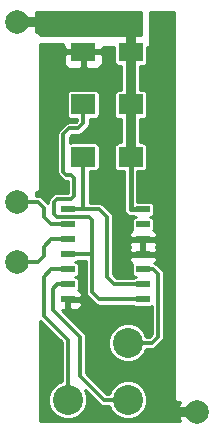
<source format=gbr>
G04 #@! TF.FileFunction,Copper,L1,Top,Signal*
%FSLAX46Y46*%
G04 Gerber Fmt 4.6, Leading zero omitted, Abs format (unit mm)*
G04 Created by KiCad (PCBNEW 4.0.4-stable) date Mon Feb  6 12:25:40 2017*
%MOMM*%
%LPD*%
G01*
G04 APERTURE LIST*
%ADD10C,0.100000*%
%ADD11R,2.000000X1.600000*%
%ADD12R,2.000000X1.700000*%
%ADD13R,1.143000X0.508000*%
%ADD14C,1.998980*%
%ADD15C,2.540000*%
%ADD16C,0.812800*%
%ADD17C,0.406400*%
%ADD18C,0.304800*%
%ADD19C,0.254000*%
G04 APERTURE END LIST*
D10*
D11*
X127730000Y-95250000D03*
X123730000Y-95250000D03*
D12*
X127730000Y-99695000D03*
X123730000Y-99695000D03*
X127730000Y-104140000D03*
X123730000Y-104140000D03*
D13*
X122428000Y-108585000D03*
X122428000Y-109855000D03*
X122428000Y-111125000D03*
X122428000Y-112395000D03*
X122428000Y-113665000D03*
X122428000Y-114935000D03*
X122428000Y-116205000D03*
X128778000Y-116205000D03*
X128778000Y-114935000D03*
X128778000Y-112395000D03*
X128778000Y-111125000D03*
X128778000Y-109855000D03*
X128778000Y-108585000D03*
X128778000Y-113665000D03*
D14*
X118110000Y-92710000D03*
X133350000Y-125730000D03*
D15*
X127508000Y-119888000D03*
X122428000Y-124714000D03*
X127508000Y-124714000D03*
D14*
X118110000Y-113030000D03*
X118110000Y-107950000D03*
D16*
X127730000Y-95250000D02*
X127730000Y-92996000D01*
X127730000Y-92996000D02*
X127762000Y-92964000D01*
X118110000Y-92710000D02*
X120396000Y-92710000D01*
X127730000Y-99695000D02*
X127730000Y-95250000D01*
X127730000Y-104140000D02*
X127730000Y-99695000D01*
D17*
X128778000Y-108585000D02*
X127762000Y-108585000D01*
X127762000Y-108585000D02*
X127730000Y-108553000D01*
X127730000Y-108553000D02*
X127730000Y-104140000D01*
X127635000Y-104775000D02*
X127730000Y-104140000D01*
D16*
X133350000Y-125730000D02*
X130810000Y-125730000D01*
D18*
X124206000Y-109220000D02*
X121539000Y-109220000D01*
X124460000Y-109474000D02*
X124206000Y-109220000D01*
X124460000Y-112395000D02*
X124460000Y-109728000D01*
X124460000Y-109728000D02*
X124460000Y-109474000D01*
X123730000Y-101314000D02*
X123730000Y-99695000D01*
X123317000Y-101727000D02*
X123730000Y-101314000D01*
X122555000Y-101727000D02*
X123317000Y-101727000D01*
X122047000Y-102235000D02*
X122555000Y-101727000D01*
X122047000Y-105410000D02*
X122047000Y-102235000D01*
X122301000Y-105664000D02*
X122047000Y-105410000D01*
X122682000Y-105664000D02*
X122301000Y-105664000D01*
X122936000Y-105918000D02*
X122682000Y-105664000D01*
X122936000Y-107442000D02*
X122936000Y-105918000D01*
X122682000Y-107696000D02*
X122936000Y-107442000D01*
X121539000Y-107696000D02*
X122682000Y-107696000D01*
X121285000Y-107950000D02*
X121539000Y-107696000D01*
X121285000Y-108966000D02*
X121285000Y-107950000D01*
X121539000Y-109220000D02*
X121285000Y-108966000D01*
X124460000Y-112395000D02*
X123825000Y-112395000D01*
X123825000Y-112395000D02*
X122428000Y-112395000D01*
X124460000Y-113030000D02*
X124460000Y-112395000D01*
X124460000Y-113030000D02*
X124460000Y-115570000D01*
X124460000Y-115570000D02*
X125095000Y-116205000D01*
X128778000Y-116205000D02*
X125095000Y-116205000D01*
X123730000Y-104140000D02*
X123730000Y-108585000D01*
X128778000Y-114935000D02*
X126365000Y-114935000D01*
X126365000Y-114935000D02*
X125730000Y-114300000D01*
X125730000Y-114300000D02*
X125730000Y-109220000D01*
X125730000Y-109220000D02*
X125095000Y-108585000D01*
X125095000Y-108585000D02*
X123730000Y-108585000D01*
X123190000Y-108585000D02*
X122428000Y-108585000D01*
X123825000Y-108585000D02*
X123190000Y-108585000D01*
X123730000Y-108585000D02*
X123825000Y-108585000D01*
X123825000Y-104775000D02*
X123730000Y-104140000D01*
X130048000Y-114046000D02*
X130048000Y-119380000D01*
X129667000Y-113665000D02*
X130048000Y-114046000D01*
X128778000Y-113665000D02*
X129667000Y-113665000D01*
X129540000Y-119888000D02*
X127508000Y-119888000D01*
X130048000Y-119380000D02*
X129540000Y-119888000D01*
X122428000Y-113665000D02*
X121031000Y-113665000D01*
X122428000Y-119634000D02*
X122428000Y-124714000D01*
X120396000Y-117602000D02*
X122428000Y-119634000D01*
X120396000Y-114300000D02*
X120396000Y-117602000D01*
X121031000Y-113665000D02*
X120396000Y-114300000D01*
X123444000Y-121920000D02*
X123444000Y-122682000D01*
X123444000Y-119380000D02*
X121412000Y-117348000D01*
X122428000Y-114935000D02*
X121539000Y-114935000D01*
X123444000Y-119634000D02*
X123444000Y-121920000D01*
X121158000Y-117094000D02*
X121412000Y-117348000D01*
X121158000Y-115316000D02*
X121158000Y-117094000D01*
X121539000Y-114935000D02*
X121158000Y-115316000D01*
X123444000Y-119634000D02*
X123444000Y-119380000D01*
X125476000Y-124714000D02*
X127508000Y-124714000D01*
X123444000Y-122682000D02*
X125476000Y-124714000D01*
X121285000Y-111125000D02*
X121031000Y-111125000D01*
X122428000Y-111125000D02*
X121285000Y-111125000D01*
X119888000Y-113030000D02*
X118110000Y-113030000D01*
X120396000Y-112522000D02*
X119888000Y-113030000D01*
X120396000Y-111760000D02*
X120396000Y-112522000D01*
X121031000Y-111125000D02*
X120396000Y-111760000D01*
X122428000Y-109855000D02*
X121031000Y-109855000D01*
X119888000Y-107950000D02*
X118110000Y-107950000D01*
X120396000Y-108458000D02*
X119888000Y-107950000D01*
X120396000Y-109220000D02*
X120396000Y-108458000D01*
X121031000Y-109855000D02*
X120396000Y-109220000D01*
D19*
G36*
X131370000Y-124460000D02*
X131404711Y-124634504D01*
X131503559Y-124782441D01*
X131651496Y-124881289D01*
X131826000Y-124916000D01*
X131908761Y-124916000D01*
X131704599Y-125465582D01*
X131728659Y-126115377D01*
X131906200Y-126544000D01*
X120090000Y-126544000D01*
X120090000Y-118050342D01*
X121894600Y-119854942D01*
X121894600Y-123148012D01*
X121494005Y-123313534D01*
X121029166Y-123777563D01*
X120777287Y-124384155D01*
X120776714Y-125040963D01*
X121027534Y-125647995D01*
X121491563Y-126112834D01*
X122098155Y-126364713D01*
X122754963Y-126365286D01*
X123361995Y-126114466D01*
X123826834Y-125650437D01*
X124078713Y-125043845D01*
X124079286Y-124387037D01*
X123857197Y-123849539D01*
X125098829Y-125091171D01*
X125271877Y-125206797D01*
X125476000Y-125247400D01*
X125942012Y-125247400D01*
X126107534Y-125647995D01*
X126571563Y-126112834D01*
X127178155Y-126364713D01*
X127834963Y-126365286D01*
X128441995Y-126114466D01*
X128906834Y-125650437D01*
X129158713Y-125043845D01*
X129159286Y-124387037D01*
X128908466Y-123780005D01*
X128444437Y-123315166D01*
X127837845Y-123063287D01*
X127181037Y-123062714D01*
X126574005Y-123313534D01*
X126109166Y-123777563D01*
X125941810Y-124180600D01*
X125696942Y-124180600D01*
X123977400Y-122461058D01*
X123977400Y-119380000D01*
X123936797Y-119175877D01*
X123821171Y-119002829D01*
X121912342Y-117094000D01*
X122142250Y-117094000D01*
X122301000Y-116935250D01*
X122301000Y-116332000D01*
X122555000Y-116332000D01*
X122555000Y-116935250D01*
X122713750Y-117094000D01*
X123125810Y-117094000D01*
X123359199Y-116997327D01*
X123537827Y-116818698D01*
X123634500Y-116585309D01*
X123634500Y-116490750D01*
X123475750Y-116332000D01*
X122555000Y-116332000D01*
X122301000Y-116332000D01*
X122281000Y-116332000D01*
X122281000Y-116078000D01*
X122301000Y-116078000D01*
X122301000Y-116058000D01*
X122555000Y-116058000D01*
X122555000Y-116078000D01*
X123475750Y-116078000D01*
X123634500Y-115919250D01*
X123634500Y-115824691D01*
X123537827Y-115591302D01*
X123359199Y-115412673D01*
X123319134Y-115396078D01*
X123357359Y-115340134D01*
X123387964Y-115189000D01*
X123387964Y-114681000D01*
X123361397Y-114539810D01*
X123277954Y-114410135D01*
X123150634Y-114323141D01*
X123037712Y-114300274D01*
X123140690Y-114280897D01*
X123270365Y-114197454D01*
X123357359Y-114070134D01*
X123387964Y-113919000D01*
X123387964Y-113411000D01*
X123361397Y-113269810D01*
X123277954Y-113140135D01*
X123150634Y-113053141D01*
X123037712Y-113030274D01*
X123140690Y-113010897D01*
X123268895Y-112928400D01*
X123926600Y-112928400D01*
X123926600Y-115570000D01*
X123967203Y-115774123D01*
X124082829Y-115947171D01*
X124717827Y-116582168D01*
X124717829Y-116582171D01*
X124890877Y-116697797D01*
X125095000Y-116738401D01*
X125095005Y-116738400D01*
X127940537Y-116738400D01*
X128055366Y-116816859D01*
X128206500Y-116847464D01*
X129349500Y-116847464D01*
X129490690Y-116820897D01*
X129514600Y-116805511D01*
X129514600Y-119159059D01*
X129319058Y-119354600D01*
X129073988Y-119354600D01*
X128908466Y-118954005D01*
X128444437Y-118489166D01*
X127837845Y-118237287D01*
X127181037Y-118236714D01*
X126574005Y-118487534D01*
X126109166Y-118951563D01*
X125857287Y-119558155D01*
X125856714Y-120214963D01*
X126107534Y-120821995D01*
X126571563Y-121286834D01*
X127178155Y-121538713D01*
X127834963Y-121539286D01*
X128441995Y-121288466D01*
X128906834Y-120824437D01*
X129074190Y-120421400D01*
X129540000Y-120421400D01*
X129744123Y-120380797D01*
X129917171Y-120265171D01*
X130425168Y-119757173D01*
X130425171Y-119757171D01*
X130507471Y-119634000D01*
X130540797Y-119584124D01*
X130581400Y-119380000D01*
X130581400Y-114046000D01*
X130540797Y-113841877D01*
X130540797Y-113841876D01*
X130490499Y-113766600D01*
X130425171Y-113668829D01*
X130425168Y-113668827D01*
X130044171Y-113287829D01*
X129871123Y-113172203D01*
X129748679Y-113147847D01*
X129887827Y-113008698D01*
X129984500Y-112775309D01*
X129984500Y-112680750D01*
X129825750Y-112522000D01*
X128905000Y-112522000D01*
X128905000Y-112542000D01*
X128651000Y-112542000D01*
X128651000Y-112522000D01*
X127730250Y-112522000D01*
X127571500Y-112680750D01*
X127571500Y-112775309D01*
X127668173Y-113008698D01*
X127846801Y-113187327D01*
X127886866Y-113203922D01*
X127848641Y-113259866D01*
X127818036Y-113411000D01*
X127818036Y-113919000D01*
X127844603Y-114060190D01*
X127928046Y-114189865D01*
X128055366Y-114276859D01*
X128168288Y-114299726D01*
X128065310Y-114319103D01*
X127937105Y-114401600D01*
X126585941Y-114401600D01*
X126263400Y-114079058D01*
X126263400Y-111410750D01*
X127571500Y-111410750D01*
X127571500Y-111505309D01*
X127668173Y-111738698D01*
X127689475Y-111760000D01*
X127668173Y-111781302D01*
X127571500Y-112014691D01*
X127571500Y-112109250D01*
X127730250Y-112268000D01*
X128651000Y-112268000D01*
X128651000Y-111252000D01*
X128905000Y-111252000D01*
X128905000Y-112268000D01*
X129825750Y-112268000D01*
X129984500Y-112109250D01*
X129984500Y-112014691D01*
X129887827Y-111781302D01*
X129866525Y-111760000D01*
X129887827Y-111738698D01*
X129984500Y-111505309D01*
X129984500Y-111410750D01*
X129825750Y-111252000D01*
X128905000Y-111252000D01*
X128651000Y-111252000D01*
X127730250Y-111252000D01*
X127571500Y-111410750D01*
X126263400Y-111410750D01*
X126263400Y-109220005D01*
X126263401Y-109220000D01*
X126222797Y-109015877D01*
X126222796Y-109015876D01*
X126107171Y-108842829D01*
X126107168Y-108842827D01*
X125472171Y-108207829D01*
X125299123Y-108092203D01*
X125095000Y-108051600D01*
X124263400Y-108051600D01*
X124263400Y-105378464D01*
X124730000Y-105378464D01*
X124871190Y-105351897D01*
X125000865Y-105268454D01*
X125087859Y-105141134D01*
X125118464Y-104990000D01*
X125118464Y-103290000D01*
X125091897Y-103148810D01*
X125008454Y-103019135D01*
X124881134Y-102932141D01*
X124730000Y-102901536D01*
X122730000Y-102901536D01*
X122588810Y-102928103D01*
X122580400Y-102933515D01*
X122580400Y-102455942D01*
X122775941Y-102260400D01*
X123317000Y-102260400D01*
X123521123Y-102219797D01*
X123694171Y-102104171D01*
X124107171Y-101691171D01*
X124222797Y-101518123D01*
X124263400Y-101314000D01*
X124263400Y-100933464D01*
X124730000Y-100933464D01*
X124871190Y-100906897D01*
X125000865Y-100823454D01*
X125087859Y-100696134D01*
X125118464Y-100545000D01*
X125118464Y-98845000D01*
X125091897Y-98703810D01*
X125008454Y-98574135D01*
X124881134Y-98487141D01*
X124730000Y-98456536D01*
X122730000Y-98456536D01*
X122588810Y-98483103D01*
X122459135Y-98566546D01*
X122372141Y-98693866D01*
X122341536Y-98845000D01*
X122341536Y-100545000D01*
X122368103Y-100686190D01*
X122451546Y-100815865D01*
X122578866Y-100902859D01*
X122730000Y-100933464D01*
X123196600Y-100933464D01*
X123196600Y-101093058D01*
X123096058Y-101193600D01*
X122555000Y-101193600D01*
X122350876Y-101234203D01*
X122281563Y-101280516D01*
X122177829Y-101349829D01*
X122177827Y-101349832D01*
X121669829Y-101857829D01*
X121554203Y-102030877D01*
X121513600Y-102235000D01*
X121513600Y-105410000D01*
X121554203Y-105614123D01*
X121669829Y-105787171D01*
X121923829Y-106041171D01*
X122096876Y-106156797D01*
X122301000Y-106197400D01*
X122402600Y-106197400D01*
X122402600Y-107162600D01*
X121539000Y-107162600D01*
X121334876Y-107203203D01*
X121161829Y-107318829D01*
X120907829Y-107572829D01*
X120792203Y-107745877D01*
X120751600Y-107950000D01*
X120751600Y-108059259D01*
X120265171Y-107572829D01*
X120092123Y-107457203D01*
X119888000Y-107416600D01*
X119761000Y-107416600D01*
X119761000Y-107110738D01*
X119808504Y-107101289D01*
X119956441Y-107002441D01*
X120055289Y-106854504D01*
X120090000Y-106680000D01*
X120090000Y-95535750D01*
X122095000Y-95535750D01*
X122095000Y-96176310D01*
X122191673Y-96409699D01*
X122370302Y-96588327D01*
X122603691Y-96685000D01*
X123444250Y-96685000D01*
X123603000Y-96526250D01*
X123603000Y-95377000D01*
X123857000Y-95377000D01*
X123857000Y-96526250D01*
X124015750Y-96685000D01*
X124856309Y-96685000D01*
X125089698Y-96588327D01*
X125268327Y-96409699D01*
X125365000Y-96176310D01*
X125365000Y-95535750D01*
X125206250Y-95377000D01*
X123857000Y-95377000D01*
X123603000Y-95377000D01*
X122253750Y-95377000D01*
X122095000Y-95535750D01*
X120090000Y-95535750D01*
X120090000Y-94615000D01*
X122047000Y-94615000D01*
X122047000Y-94742000D01*
X122057006Y-94791410D01*
X122085447Y-94833035D01*
X122095000Y-94839182D01*
X122095000Y-94964250D01*
X122253750Y-95123000D01*
X123603000Y-95123000D01*
X123603000Y-95103000D01*
X123857000Y-95103000D01*
X123857000Y-95123000D01*
X125206250Y-95123000D01*
X125365000Y-94964250D01*
X125365000Y-94869000D01*
X126341536Y-94869000D01*
X126341536Y-96050000D01*
X126368103Y-96191190D01*
X126451546Y-96320865D01*
X126578866Y-96407859D01*
X126730000Y-96438464D01*
X126942600Y-96438464D01*
X126942600Y-98456536D01*
X126730000Y-98456536D01*
X126588810Y-98483103D01*
X126459135Y-98566546D01*
X126372141Y-98693866D01*
X126341536Y-98845000D01*
X126341536Y-100545000D01*
X126368103Y-100686190D01*
X126451546Y-100815865D01*
X126578866Y-100902859D01*
X126730000Y-100933464D01*
X126942600Y-100933464D01*
X126942600Y-102901536D01*
X126730000Y-102901536D01*
X126588810Y-102928103D01*
X126459135Y-103011546D01*
X126372141Y-103138866D01*
X126341536Y-103290000D01*
X126341536Y-104990000D01*
X126368103Y-105131190D01*
X126451546Y-105260865D01*
X126578866Y-105347859D01*
X126730000Y-105378464D01*
X127145800Y-105378464D01*
X127145800Y-108553000D01*
X127190270Y-108776564D01*
X127271116Y-108897559D01*
X127316908Y-108966092D01*
X127348908Y-108998092D01*
X127538436Y-109124730D01*
X127762000Y-109169200D01*
X128014886Y-109169200D01*
X128055366Y-109196859D01*
X128168288Y-109219726D01*
X128065310Y-109239103D01*
X127935635Y-109322546D01*
X127848641Y-109449866D01*
X127818036Y-109601000D01*
X127818036Y-110109000D01*
X127844603Y-110250190D01*
X127886972Y-110316034D01*
X127846801Y-110332673D01*
X127668173Y-110511302D01*
X127571500Y-110744691D01*
X127571500Y-110839250D01*
X127730250Y-110998000D01*
X128651000Y-110998000D01*
X128651000Y-110978000D01*
X128905000Y-110978000D01*
X128905000Y-110998000D01*
X129825750Y-110998000D01*
X129984500Y-110839250D01*
X129984500Y-110744691D01*
X129887827Y-110511302D01*
X129709199Y-110332673D01*
X129669134Y-110316078D01*
X129707359Y-110260134D01*
X129737964Y-110109000D01*
X129737964Y-109601000D01*
X129711397Y-109459810D01*
X129627954Y-109330135D01*
X129500634Y-109243141D01*
X129387712Y-109220274D01*
X129490690Y-109200897D01*
X129620365Y-109117454D01*
X129707359Y-108990134D01*
X129737964Y-108839000D01*
X129737964Y-108331000D01*
X129711397Y-108189810D01*
X129627954Y-108060135D01*
X129500634Y-107973141D01*
X129349500Y-107942536D01*
X128314200Y-107942536D01*
X128314200Y-105378464D01*
X128730000Y-105378464D01*
X128871190Y-105351897D01*
X129000865Y-105268454D01*
X129087859Y-105141134D01*
X129118464Y-104990000D01*
X129118464Y-103290000D01*
X129091897Y-103148810D01*
X129008454Y-103019135D01*
X128881134Y-102932141D01*
X128730000Y-102901536D01*
X128517400Y-102901536D01*
X128517400Y-100933464D01*
X128730000Y-100933464D01*
X128871190Y-100906897D01*
X129000865Y-100823454D01*
X129087859Y-100696134D01*
X129118464Y-100545000D01*
X129118464Y-98845000D01*
X129091897Y-98703810D01*
X129008454Y-98574135D01*
X128881134Y-98487141D01*
X128730000Y-98456536D01*
X128517400Y-98456536D01*
X128517400Y-96438464D01*
X128730000Y-96438464D01*
X128871190Y-96411897D01*
X129000865Y-96328454D01*
X129087859Y-96201134D01*
X129118464Y-96050000D01*
X129118464Y-94869000D01*
X129286000Y-94869000D01*
X129335410Y-94858994D01*
X129377035Y-94830553D01*
X129404315Y-94788159D01*
X129413000Y-94742000D01*
X129413000Y-91896000D01*
X131370000Y-91896000D01*
X131370000Y-124460000D01*
X131370000Y-124460000D01*
G37*
X131370000Y-124460000D02*
X131404711Y-124634504D01*
X131503559Y-124782441D01*
X131651496Y-124881289D01*
X131826000Y-124916000D01*
X131908761Y-124916000D01*
X131704599Y-125465582D01*
X131728659Y-126115377D01*
X131906200Y-126544000D01*
X120090000Y-126544000D01*
X120090000Y-118050342D01*
X121894600Y-119854942D01*
X121894600Y-123148012D01*
X121494005Y-123313534D01*
X121029166Y-123777563D01*
X120777287Y-124384155D01*
X120776714Y-125040963D01*
X121027534Y-125647995D01*
X121491563Y-126112834D01*
X122098155Y-126364713D01*
X122754963Y-126365286D01*
X123361995Y-126114466D01*
X123826834Y-125650437D01*
X124078713Y-125043845D01*
X124079286Y-124387037D01*
X123857197Y-123849539D01*
X125098829Y-125091171D01*
X125271877Y-125206797D01*
X125476000Y-125247400D01*
X125942012Y-125247400D01*
X126107534Y-125647995D01*
X126571563Y-126112834D01*
X127178155Y-126364713D01*
X127834963Y-126365286D01*
X128441995Y-126114466D01*
X128906834Y-125650437D01*
X129158713Y-125043845D01*
X129159286Y-124387037D01*
X128908466Y-123780005D01*
X128444437Y-123315166D01*
X127837845Y-123063287D01*
X127181037Y-123062714D01*
X126574005Y-123313534D01*
X126109166Y-123777563D01*
X125941810Y-124180600D01*
X125696942Y-124180600D01*
X123977400Y-122461058D01*
X123977400Y-119380000D01*
X123936797Y-119175877D01*
X123821171Y-119002829D01*
X121912342Y-117094000D01*
X122142250Y-117094000D01*
X122301000Y-116935250D01*
X122301000Y-116332000D01*
X122555000Y-116332000D01*
X122555000Y-116935250D01*
X122713750Y-117094000D01*
X123125810Y-117094000D01*
X123359199Y-116997327D01*
X123537827Y-116818698D01*
X123634500Y-116585309D01*
X123634500Y-116490750D01*
X123475750Y-116332000D01*
X122555000Y-116332000D01*
X122301000Y-116332000D01*
X122281000Y-116332000D01*
X122281000Y-116078000D01*
X122301000Y-116078000D01*
X122301000Y-116058000D01*
X122555000Y-116058000D01*
X122555000Y-116078000D01*
X123475750Y-116078000D01*
X123634500Y-115919250D01*
X123634500Y-115824691D01*
X123537827Y-115591302D01*
X123359199Y-115412673D01*
X123319134Y-115396078D01*
X123357359Y-115340134D01*
X123387964Y-115189000D01*
X123387964Y-114681000D01*
X123361397Y-114539810D01*
X123277954Y-114410135D01*
X123150634Y-114323141D01*
X123037712Y-114300274D01*
X123140690Y-114280897D01*
X123270365Y-114197454D01*
X123357359Y-114070134D01*
X123387964Y-113919000D01*
X123387964Y-113411000D01*
X123361397Y-113269810D01*
X123277954Y-113140135D01*
X123150634Y-113053141D01*
X123037712Y-113030274D01*
X123140690Y-113010897D01*
X123268895Y-112928400D01*
X123926600Y-112928400D01*
X123926600Y-115570000D01*
X123967203Y-115774123D01*
X124082829Y-115947171D01*
X124717827Y-116582168D01*
X124717829Y-116582171D01*
X124890877Y-116697797D01*
X125095000Y-116738401D01*
X125095005Y-116738400D01*
X127940537Y-116738400D01*
X128055366Y-116816859D01*
X128206500Y-116847464D01*
X129349500Y-116847464D01*
X129490690Y-116820897D01*
X129514600Y-116805511D01*
X129514600Y-119159059D01*
X129319058Y-119354600D01*
X129073988Y-119354600D01*
X128908466Y-118954005D01*
X128444437Y-118489166D01*
X127837845Y-118237287D01*
X127181037Y-118236714D01*
X126574005Y-118487534D01*
X126109166Y-118951563D01*
X125857287Y-119558155D01*
X125856714Y-120214963D01*
X126107534Y-120821995D01*
X126571563Y-121286834D01*
X127178155Y-121538713D01*
X127834963Y-121539286D01*
X128441995Y-121288466D01*
X128906834Y-120824437D01*
X129074190Y-120421400D01*
X129540000Y-120421400D01*
X129744123Y-120380797D01*
X129917171Y-120265171D01*
X130425168Y-119757173D01*
X130425171Y-119757171D01*
X130507471Y-119634000D01*
X130540797Y-119584124D01*
X130581400Y-119380000D01*
X130581400Y-114046000D01*
X130540797Y-113841877D01*
X130540797Y-113841876D01*
X130490499Y-113766600D01*
X130425171Y-113668829D01*
X130425168Y-113668827D01*
X130044171Y-113287829D01*
X129871123Y-113172203D01*
X129748679Y-113147847D01*
X129887827Y-113008698D01*
X129984500Y-112775309D01*
X129984500Y-112680750D01*
X129825750Y-112522000D01*
X128905000Y-112522000D01*
X128905000Y-112542000D01*
X128651000Y-112542000D01*
X128651000Y-112522000D01*
X127730250Y-112522000D01*
X127571500Y-112680750D01*
X127571500Y-112775309D01*
X127668173Y-113008698D01*
X127846801Y-113187327D01*
X127886866Y-113203922D01*
X127848641Y-113259866D01*
X127818036Y-113411000D01*
X127818036Y-113919000D01*
X127844603Y-114060190D01*
X127928046Y-114189865D01*
X128055366Y-114276859D01*
X128168288Y-114299726D01*
X128065310Y-114319103D01*
X127937105Y-114401600D01*
X126585941Y-114401600D01*
X126263400Y-114079058D01*
X126263400Y-111410750D01*
X127571500Y-111410750D01*
X127571500Y-111505309D01*
X127668173Y-111738698D01*
X127689475Y-111760000D01*
X127668173Y-111781302D01*
X127571500Y-112014691D01*
X127571500Y-112109250D01*
X127730250Y-112268000D01*
X128651000Y-112268000D01*
X128651000Y-111252000D01*
X128905000Y-111252000D01*
X128905000Y-112268000D01*
X129825750Y-112268000D01*
X129984500Y-112109250D01*
X129984500Y-112014691D01*
X129887827Y-111781302D01*
X129866525Y-111760000D01*
X129887827Y-111738698D01*
X129984500Y-111505309D01*
X129984500Y-111410750D01*
X129825750Y-111252000D01*
X128905000Y-111252000D01*
X128651000Y-111252000D01*
X127730250Y-111252000D01*
X127571500Y-111410750D01*
X126263400Y-111410750D01*
X126263400Y-109220005D01*
X126263401Y-109220000D01*
X126222797Y-109015877D01*
X126222796Y-109015876D01*
X126107171Y-108842829D01*
X126107168Y-108842827D01*
X125472171Y-108207829D01*
X125299123Y-108092203D01*
X125095000Y-108051600D01*
X124263400Y-108051600D01*
X124263400Y-105378464D01*
X124730000Y-105378464D01*
X124871190Y-105351897D01*
X125000865Y-105268454D01*
X125087859Y-105141134D01*
X125118464Y-104990000D01*
X125118464Y-103290000D01*
X125091897Y-103148810D01*
X125008454Y-103019135D01*
X124881134Y-102932141D01*
X124730000Y-102901536D01*
X122730000Y-102901536D01*
X122588810Y-102928103D01*
X122580400Y-102933515D01*
X122580400Y-102455942D01*
X122775941Y-102260400D01*
X123317000Y-102260400D01*
X123521123Y-102219797D01*
X123694171Y-102104171D01*
X124107171Y-101691171D01*
X124222797Y-101518123D01*
X124263400Y-101314000D01*
X124263400Y-100933464D01*
X124730000Y-100933464D01*
X124871190Y-100906897D01*
X125000865Y-100823454D01*
X125087859Y-100696134D01*
X125118464Y-100545000D01*
X125118464Y-98845000D01*
X125091897Y-98703810D01*
X125008454Y-98574135D01*
X124881134Y-98487141D01*
X124730000Y-98456536D01*
X122730000Y-98456536D01*
X122588810Y-98483103D01*
X122459135Y-98566546D01*
X122372141Y-98693866D01*
X122341536Y-98845000D01*
X122341536Y-100545000D01*
X122368103Y-100686190D01*
X122451546Y-100815865D01*
X122578866Y-100902859D01*
X122730000Y-100933464D01*
X123196600Y-100933464D01*
X123196600Y-101093058D01*
X123096058Y-101193600D01*
X122555000Y-101193600D01*
X122350876Y-101234203D01*
X122281563Y-101280516D01*
X122177829Y-101349829D01*
X122177827Y-101349832D01*
X121669829Y-101857829D01*
X121554203Y-102030877D01*
X121513600Y-102235000D01*
X121513600Y-105410000D01*
X121554203Y-105614123D01*
X121669829Y-105787171D01*
X121923829Y-106041171D01*
X122096876Y-106156797D01*
X122301000Y-106197400D01*
X122402600Y-106197400D01*
X122402600Y-107162600D01*
X121539000Y-107162600D01*
X121334876Y-107203203D01*
X121161829Y-107318829D01*
X120907829Y-107572829D01*
X120792203Y-107745877D01*
X120751600Y-107950000D01*
X120751600Y-108059259D01*
X120265171Y-107572829D01*
X120092123Y-107457203D01*
X119888000Y-107416600D01*
X119761000Y-107416600D01*
X119761000Y-107110738D01*
X119808504Y-107101289D01*
X119956441Y-107002441D01*
X120055289Y-106854504D01*
X120090000Y-106680000D01*
X120090000Y-95535750D01*
X122095000Y-95535750D01*
X122095000Y-96176310D01*
X122191673Y-96409699D01*
X122370302Y-96588327D01*
X122603691Y-96685000D01*
X123444250Y-96685000D01*
X123603000Y-96526250D01*
X123603000Y-95377000D01*
X123857000Y-95377000D01*
X123857000Y-96526250D01*
X124015750Y-96685000D01*
X124856309Y-96685000D01*
X125089698Y-96588327D01*
X125268327Y-96409699D01*
X125365000Y-96176310D01*
X125365000Y-95535750D01*
X125206250Y-95377000D01*
X123857000Y-95377000D01*
X123603000Y-95377000D01*
X122253750Y-95377000D01*
X122095000Y-95535750D01*
X120090000Y-95535750D01*
X120090000Y-94615000D01*
X122047000Y-94615000D01*
X122047000Y-94742000D01*
X122057006Y-94791410D01*
X122085447Y-94833035D01*
X122095000Y-94839182D01*
X122095000Y-94964250D01*
X122253750Y-95123000D01*
X123603000Y-95123000D01*
X123603000Y-95103000D01*
X123857000Y-95103000D01*
X123857000Y-95123000D01*
X125206250Y-95123000D01*
X125365000Y-94964250D01*
X125365000Y-94869000D01*
X126341536Y-94869000D01*
X126341536Y-96050000D01*
X126368103Y-96191190D01*
X126451546Y-96320865D01*
X126578866Y-96407859D01*
X126730000Y-96438464D01*
X126942600Y-96438464D01*
X126942600Y-98456536D01*
X126730000Y-98456536D01*
X126588810Y-98483103D01*
X126459135Y-98566546D01*
X126372141Y-98693866D01*
X126341536Y-98845000D01*
X126341536Y-100545000D01*
X126368103Y-100686190D01*
X126451546Y-100815865D01*
X126578866Y-100902859D01*
X126730000Y-100933464D01*
X126942600Y-100933464D01*
X126942600Y-102901536D01*
X126730000Y-102901536D01*
X126588810Y-102928103D01*
X126459135Y-103011546D01*
X126372141Y-103138866D01*
X126341536Y-103290000D01*
X126341536Y-104990000D01*
X126368103Y-105131190D01*
X126451546Y-105260865D01*
X126578866Y-105347859D01*
X126730000Y-105378464D01*
X127145800Y-105378464D01*
X127145800Y-108553000D01*
X127190270Y-108776564D01*
X127271116Y-108897559D01*
X127316908Y-108966092D01*
X127348908Y-108998092D01*
X127538436Y-109124730D01*
X127762000Y-109169200D01*
X128014886Y-109169200D01*
X128055366Y-109196859D01*
X128168288Y-109219726D01*
X128065310Y-109239103D01*
X127935635Y-109322546D01*
X127848641Y-109449866D01*
X127818036Y-109601000D01*
X127818036Y-110109000D01*
X127844603Y-110250190D01*
X127886972Y-110316034D01*
X127846801Y-110332673D01*
X127668173Y-110511302D01*
X127571500Y-110744691D01*
X127571500Y-110839250D01*
X127730250Y-110998000D01*
X128651000Y-110998000D01*
X128651000Y-110978000D01*
X128905000Y-110978000D01*
X128905000Y-110998000D01*
X129825750Y-110998000D01*
X129984500Y-110839250D01*
X129984500Y-110744691D01*
X129887827Y-110511302D01*
X129709199Y-110332673D01*
X129669134Y-110316078D01*
X129707359Y-110260134D01*
X129737964Y-110109000D01*
X129737964Y-109601000D01*
X129711397Y-109459810D01*
X129627954Y-109330135D01*
X129500634Y-109243141D01*
X129387712Y-109220274D01*
X129490690Y-109200897D01*
X129620365Y-109117454D01*
X129707359Y-108990134D01*
X129737964Y-108839000D01*
X129737964Y-108331000D01*
X129711397Y-108189810D01*
X129627954Y-108060135D01*
X129500634Y-107973141D01*
X129349500Y-107942536D01*
X128314200Y-107942536D01*
X128314200Y-105378464D01*
X128730000Y-105378464D01*
X128871190Y-105351897D01*
X129000865Y-105268454D01*
X129087859Y-105141134D01*
X129118464Y-104990000D01*
X129118464Y-103290000D01*
X129091897Y-103148810D01*
X129008454Y-103019135D01*
X128881134Y-102932141D01*
X128730000Y-102901536D01*
X128517400Y-102901536D01*
X128517400Y-100933464D01*
X128730000Y-100933464D01*
X128871190Y-100906897D01*
X129000865Y-100823454D01*
X129087859Y-100696134D01*
X129118464Y-100545000D01*
X129118464Y-98845000D01*
X129091897Y-98703810D01*
X129008454Y-98574135D01*
X128881134Y-98487141D01*
X128730000Y-98456536D01*
X128517400Y-98456536D01*
X128517400Y-96438464D01*
X128730000Y-96438464D01*
X128871190Y-96411897D01*
X129000865Y-96328454D01*
X129087859Y-96201134D01*
X129118464Y-96050000D01*
X129118464Y-94869000D01*
X129286000Y-94869000D01*
X129335410Y-94858994D01*
X129377035Y-94830553D01*
X129404315Y-94788159D01*
X129413000Y-94742000D01*
X129413000Y-91896000D01*
X131370000Y-91896000D01*
X131370000Y-124460000D01*
G36*
X133543748Y-125715858D02*
X133529605Y-125730000D01*
X133543748Y-125744142D01*
X133364142Y-125923748D01*
X133350000Y-125909605D01*
X133335858Y-125923748D01*
X133156252Y-125744142D01*
X133170395Y-125730000D01*
X133156252Y-125715858D01*
X133335858Y-125536252D01*
X133350000Y-125550395D01*
X133364142Y-125536252D01*
X133543748Y-125715858D01*
X133543748Y-125715858D01*
G37*
X133543748Y-125715858D02*
X133529605Y-125730000D01*
X133543748Y-125744142D01*
X133364142Y-125923748D01*
X133350000Y-125909605D01*
X133335858Y-125923748D01*
X133156252Y-125744142D01*
X133170395Y-125730000D01*
X133156252Y-125715858D01*
X133335858Y-125536252D01*
X133350000Y-125550395D01*
X133364142Y-125536252D01*
X133543748Y-125715858D01*
G36*
X128651000Y-93815000D02*
X128015750Y-93815000D01*
X127977750Y-93853000D01*
X127482250Y-93853000D01*
X127444250Y-93815000D01*
X126603691Y-93815000D01*
X126511951Y-93853000D01*
X120064738Y-93853000D01*
X120055289Y-93805496D01*
X119956441Y-93657559D01*
X119808504Y-93558711D01*
X119761000Y-93549262D01*
X119761000Y-91896000D01*
X128651000Y-91896000D01*
X128651000Y-93815000D01*
X128651000Y-93815000D01*
G37*
X128651000Y-93815000D02*
X128015750Y-93815000D01*
X127977750Y-93853000D01*
X127482250Y-93853000D01*
X127444250Y-93815000D01*
X126603691Y-93815000D01*
X126511951Y-93853000D01*
X120064738Y-93853000D01*
X120055289Y-93805496D01*
X119956441Y-93657559D01*
X119808504Y-93558711D01*
X119761000Y-93549262D01*
X119761000Y-91896000D01*
X128651000Y-91896000D01*
X128651000Y-93815000D01*
M02*

</source>
